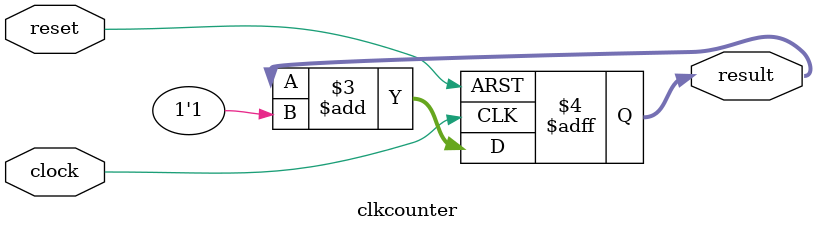
<source format=v>

module clkcounter(input clock, reset,  output reg[WIDTH-1:0] result);

	parameter WIDTH=30;
	//2's power of 26 is 67,108,864.
	// that is 1 second (22̂6/50e6 = 1.34), if count is using CLOCK_50

	always@(posedge clock, negedge reset)
	
	if(!reset)begin
		result<=30'b0;
		
	end else begin
		result<=result+1'b1;
		
	end
endmodule


</source>
